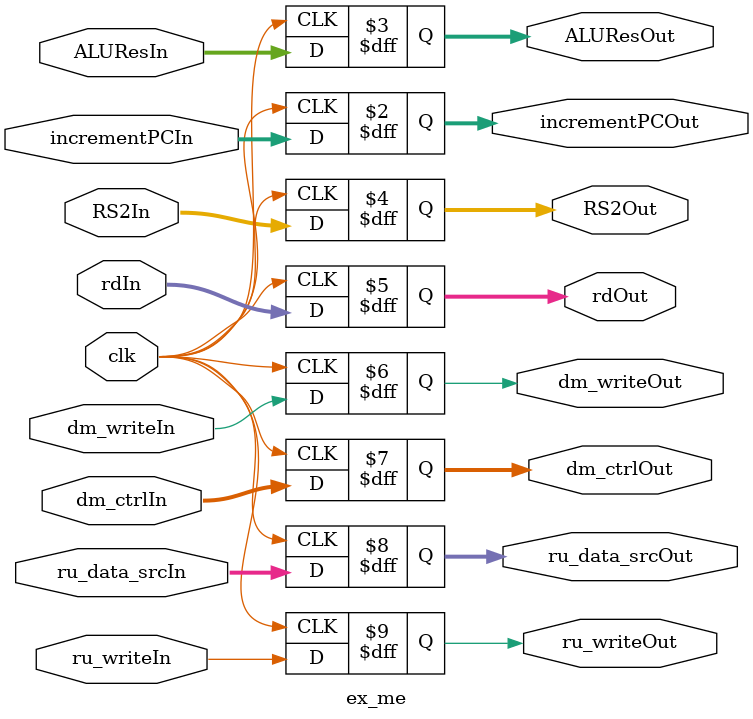
<source format=sv>
module ex_me(
  input[31:0] incrementPCIn,
  input[31:0] ALUResIn,
  input[31:0] RS2In,
  input[4:0] rdIn,
  /*Control Unit Inputs*/
  input dm_writeIn,
  input[2:0] dm_ctrlIn,
  input[1:0] ru_data_srcIn,
  input ru_writeIn,
  input clk,

  output reg[31:0] incrementPCOut,
  output reg[31:0] ALUResOut,
  output reg[31:0] RS2Out,
  output reg[4:0] rdOut,
  /*Control Unit Outputs*/
  output reg dm_writeOut,
  output reg[2:0] dm_ctrlOut,
  output reg[1:0] ru_data_srcOut,
  output reg ru_writeOut

);

always @(posedge clk) begin
  incrementPCOut = incrementPCIn;
  ALUResOut = ALUResIn;
  RS2Out = RS2In;
  rdOut = rdIn;
  /*Control Unit*/
  dm_writeOut = dm_writeIn;
  dm_ctrlOut = dm_ctrlIn;
  ru_data_srcOut = ru_data_srcIn;
  ru_writeOut = ru_writeIn;
  
end
  
endmodule
</source>
